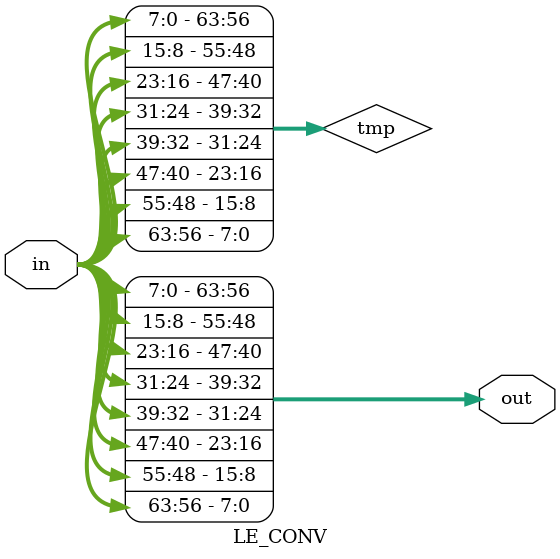
<source format=v>

module RISCV(clk,
            rst_n,
            // for mem_D
            mem_wen_D,
            mem_addr_D,
            mem_wdata_D,
            mem_rdata_D,
            // for mem_I
            mem_addr_I,
            mem_rdata_I
            );

    // Input/Output Part
    input             clk, rst_n;   // Clock signal, Active low asyncrhonous reset signal
    input      [31:0] mem_rdata_I;  // Instruction read from instruction memory
    output reg [31:2] mem_addr_I;   // Output address of instruction memory
    output     [31:2] mem_addr_D;   // Output address of data memory
    output            mem_wen_D;    // Write-enable
    output     [63:0] mem_wdata_D;  // Data store to data memory
    input      [63:0] mem_rdata_D;  // Data read from data memory

    // Parameter Part
    // 23-bit instruction_type
    // { JAL, JALR, BEQ, BNE, LD, SD, ADDI, SLTI, XORI, ORI, ANDI, SLLI, SRLI, SRAI, ADD, SUB, SLL, SLT, XOR, SRL, SRA, OR, AND }
    // 12-bit ctrl_signal
    // { JAL, JALR, Branch, MemRead, MemWrite, MemtoReg, RegWrite, ALUSrc, ALUOp }
    parameter R = 5'b10000;
    parameter I = 5'b01000;
    parameter S = 5'b00100;
    parameter B = 5'b00010;
    parameter J = 5'b00001;

    parameter JAL  = {1'b1, 22'b0};             // 1101111
    parameter JALR = {1'b0, 1'b1, 21'b0};       // 1100111 000
    parameter BEQ  = {2'b0, 1'b1, 20'b0};       // 1100011 000
    parameter BNE  = {3'b0, 1'b1, 19'b0};       // 1100011 001
    parameter LD   = {4'b0, 1'b1, 18'b0};       // 0000011 011
    parameter SD   = {5'b0, 1'b1, 17'b0};       // 0100011 011
    parameter ADDI = {6'b0, 1'b1, 16'b0};       // 0010011 000
    parameter SLTI = {7'b0, 1'b1, 15'b0};       // 0010011 010
    parameter XORI = {8'b0, 1'b1, 14'b0};       // 0010011 100
    parameter ORI  = {9'b0, 1'b1, 13'b0};       // 0010011 110 
    parameter ANDI = {10'b0, 1'b1, 12'b0};      // 0010011 111
    parameter SLLI = {11'b0, 1'b1, 11'b0};      // 0010011 001 0000000
    parameter SRLI = {12'b0, 1'b1, 10'b0};      // 0010011 101 0000000
    parameter SRAI  = {13'b0, 1'b1, 9'b0};      // 0010011 101 0100000
    parameter ADD  = {14'b0, 1'b1, 8'b0};       // 0110011 000 0000000
    parameter SUB  = {15'b0, 1'b1, 7'b0};       // 0110011 000 0100000
    parameter SLL  = {16'b0, 1'b1, 6'b0};       // 0110011 001 0000000
    parameter SLT  = {17'b0, 1'b1, 5'b0};       // 0110011 010 0000000
    parameter XOR  = {18'b0, 1'b1, 4'b0};       // 0110011 100 0000000
    parameter SRL  = {19'b0, 1'b1, 3'b0};       // 0110011 101 0000000
    parameter SRA  = {20'b0, 1'b1, 2'b0};       // 0110011 101 0100000
    parameter OR   = {21'b0, 1'b1, 1'b0};       // 0110011 110 0000000
    parameter AND  = {22'b0, 1'b1};             // 0110011 111 0000000

    // Wire Part
    wire [22:0] type;    // JAL, JALR ... 23 bits
	wire [4:0]  format;  // R, I, S, B, J. 5 bits
    wire [11:0] ctrl;    // control signal
    wire [63:0] imm;     // immediate value
        
        // ctrl signal
    wire        Jal;
    wire        Jalr;
    wire        Branch;
    wire        MemRead;
    wire        MemWrite;
    wire        MentoReg;
    wire        RegWrite;
    wire        ALUSrc;
    wire [3:0]  ALUOp;

    wire [63:0] read_data1, read_data2;
    wire [4:0]  read_reg1, read_reg2, write_reg;
    wire [63:0] write_data;
    wire [63:0] mem_rdata_D_BE; // Big Endian
    wire [63:0] mem_wdata_D_LE; // Little Endian

    wire [63:0] reg_or_imm; // ALU data2
    wire [63:0] ALU_result;
    wire        zero;
    wire [3:0]  ALU_ctrl;

    wire [63:0] shifted_imm;

    // Reg Part
    reg  [29:0] next_mem_addr_I;
    
    // Assign Part

        // assign ctrl signal
    assign Jal      =   ctrl[11];
    assign Jalr     =   ctrl[10];
    assign Branch   =   ctrl[9];
    assign MemRead  =   ctrl[8];
    assign MemWrite =   ctrl[7];
    assign MemtoReg =   ctrl[6];
    assign RegWrite =   ctrl[5];
    assign ALUSrc   =   ctrl[4];
    assign ALUOp    =   ctrl[3:0];

        // assign others
    assign read_reg1 = {mem_rdata_I[11:8], mem_rdata_I[23]};   // Little Endian
    assign read_reg2 = {mem_rdata_I[0], mem_rdata_I[15:12]};   // Little Endian
    assign write_reg = {mem_rdata_I[19:16], mem_rdata_I[31]};  // Little Endian
    assign write_data = (Jal || Jalr)? {34'b0, (mem_addr_I + 1)} : ((MemtoReg)? mem_rdata_D_BE : ALU_result);

    assign reg_or_imm = (ALUSrc)? imm : read_data2;
    assign ALU_ctrl = (Branch)? 4'b1000 : ((MemRead || MemWrite)? 4'b0000 : ALUOp); // branch is SUB, ld/sd are ADD

    assign shifted_imm = imm << 1;

        // assign output
    assign mem_wen_D = MemWrite;
    assign mem_addr_D = ALU_result >> 2;
    assign mem_wdata_D = mem_wdata_D_LE;

    // Module Part
    Decoder decoder(
        rst_n,
        mem_rdata_I,
        type,
        format,
        ctrl,
        imm
    );
    Register register(
        clk,
        rst_n,
        RegWrite,
        read_reg1,
        read_reg2,
        write_reg,
        write_data,
        read_data1,
        read_data2
    );
    ALU alu(
        rst_n,
        read_data1,
        reg_or_imm,
        ALU_ctrl,
        ALU_result,
        zero
    );
    LE_CONV le0(
        mem_rdata_D,
        mem_rdata_D_BE
    );
    LE_CONV le1(
        read_data2,
        mem_wdata_D_LE
    );

    // Combinational Part (PC controller)
    always@ (*) begin
        if (type == BEQ) begin
            if (zero) begin
                next_mem_addr_I = mem_addr_I + (imm[29:0] >> 2);
            end
            else begin
                next_mem_addr_I = mem_addr_I + 1;
            end
        end
        else if (type == BNE) begin
            if (!zero) begin
                next_mem_addr_I = mem_addr_I + (imm[29:0] >> 2);
            end
            else begin
                next_mem_addr_I = mem_addr_I + 1;
            end
        end
        else if (Jal) begin
            next_mem_addr_I = mem_addr_I + (imm[29:0] >> 2);
        end
        else if (Jalr) begin
            next_mem_addr_I = read_data1 + (imm[29:0] >> 2);
        end
        else begin
            next_mem_addr_I = mem_addr_I + 1;
        end
    end
          
    // Sequential Part
    always@ (posedge clk or negedge rst_n) begin
        if (!rst_n) begin
            mem_addr_I <= 30'b0;
        end
        else begin
            mem_addr_I <= next_mem_addr_I;
        end

    end

endmodule

module Decoder( 
                rst_n,
                // for mem_I
                mem_rdata_I,
                // for result output
                instruction_type,
                instruction_format,
                ctrl_signal,
                immediate
                );

    // Input/Output Part
    input         rst_n;
    input  [31:0] mem_rdata_I;
	output [22:0] instruction_type;
	output [4:0]  instruction_format;
	output [11:0] ctrl_signal;
	output [63:0] immediate;

    // Parameter Part
    parameter R = 5'b10000;
    parameter I = 5'b01000;
    parameter S = 5'b00100;
    parameter B = 5'b00010;
    parameter J = 5'b00001;

    parameter JAL = {1'b1, 22'b0};
    parameter JALR = {1'b0, 1'b1, 21'b0};
    parameter BEQ = {2'b0, 1'b1, 20'b0}; 
    parameter BNE = {3'b0, 1'b1, 19'b0}; 
    parameter LD = {4'b0, 1'b1, 18'b0}; 
    parameter SD = {5'b0, 1'b1, 17'b0};  
    parameter ADDI = {6'b0, 1'b1, 16'b0};  
    parameter SLTI = {7'b0, 1'b1, 15'b0}; 
    parameter XORI = {8'b0, 1'b1, 14'b0}; 
    parameter ORI = {9'b0, 1'b1, 13'b0}; 
    parameter ANDI = {10'b0, 1'b1, 12'b0}; 
    parameter SLLI = {11'b0, 1'b1, 11'b0}; 
    parameter SRLI = {12'b0, 1'b1, 10'b0}; 
    parameter SRAI = {13'b0, 1'b1, 9'b0}; 
    parameter ADD = {14'b0, 1'b1, 8'b0}; 
    parameter SUB = {15'b0, 1'b1, 7'b0}; 
    parameter SLL = {16'b0, 1'b1, 6'b0}; 
    parameter SLT = {17'b0, 1'b1, 5'b0}; 
    parameter XOR = {18'b0, 1'b1, 4'b0}; 
    parameter SRL = {19'b0, 1'b1, 3'b0}; 
    parameter SRA = {20'b0, 1'b1, 2'b0}; 
    parameter OR = {21'b0, 1'b1, 1'b0}; 
    parameter AND = {22'b0, 1'b1};

    // Wire Part
    wire [6:0] opcode = mem_rdata_I[30:24];    // Little Endian
    wire [2:0] func3  = mem_rdata_I[22:20];    // Little Endian
    wire [6:0] func7  = mem_rdata_I[7:1];      // Little Endian

    // Reg Part
    reg [22:0] type;
    reg [4:0]  format;
    reg [11:0] ctrl;
    reg [63:0] imm;
    
    // Assign Part
    assign instruction_type = type;
    assign instruction_format = format;
    assign ctrl_signal = ctrl;
    assign immediate = imm;

    // Combinational Part
    always@ (*) begin
        case (opcode)
            7'b1101111: begin
                type = JAL;
                format = J;
                ctrl = 12'b100001111111;
                // Little Endian
                imm = { {43{mem_rdata_I[7]}}, {mem_rdata_I[11:8], mem_rdata_I[23:20]}, mem_rdata_I[12], {mem_rdata_I[6:0], mem_rdata_I[15:13]}, 1'b0 };
            end
            7'b1100111: begin
                type = JALR;
                format = I;
                ctrl = 12'b010001111111;
                // Little Endian
                imm = { {52{mem_rdata_I[7]}}, {mem_rdata_I[7:0], mem_rdata_I[15:12]} };
            end
            7'b1100011: begin
                format = B;
                // Little Endian
                imm = { {51{mem_rdata_I[7]}}, mem_rdata_I[7], mem_rdata_I[31], mem_rdata_I[6:1], mem_rdata_I[19:16], 1'b0 };
                case (func3)
                    3'b000: begin
                        type = BEQ;
                        ctrl = 12'b001001001111;
                    end
                    3'b001: begin
                        type = BNE;
                        ctrl = 12'b001001001111;
                    end
                    default: begin
                        type = 23'b0;
                        ctrl = 12'b0;
                    end
                endcase
            end
            7'b0000011: begin
                type = LD;
                format = I;
                ctrl =  12'b000101111111;
                // Little Endian
                imm = { {52{mem_rdata_I[7]}}, {mem_rdata_I[7:0], mem_rdata_I[15:12]} };
            end
            7'b0100011: begin
                type = SD;
                format = S;
                ctrl = 12'b000011011111;
                // Little Endian
                imm = { {52{mem_rdata_I[7]}}, mem_rdata_I[7:1], {mem_rdata_I[19:16], mem_rdata_I[31]}};
            end
            7'b0010011: begin
                format = I;
                // Little Endian
                imm = { {52{mem_rdata_I[7]}}, {mem_rdata_I[7:0], mem_rdata_I[15:12]} };
                case (func3)
                    3'b000: begin 
                        type = ADDI;
                        ctrl = 12'b000000110000;
                    end
                    3'b001: begin
                        type = SLLI;
                        ctrl = 12'b000000110001;
                    end
                    3'b010: begin
                        type = SLTI;
                        ctrl = 12'b000000110010;
                    end
                    3'b100: begin
                        type = XORI;
                        ctrl = 12'b000000110100;
                    end
                    3'b101: begin
                        case (func7)
                            7'b0000000: begin
                                type = SRLI;
                                ctrl = 12'b000000110101;
                            end
                            7'b0100000: begin
                                type = SRAI;
                                ctrl = 12'b000000111101;
                                imm = { {59{mem_rdata_I[0]}}, {mem_rdata_I[0], mem_rdata_I[15:12]} };
                            end
                            default: begin
                                type = 23'b0;
                                ctrl = 12'b0;
                            end
                        endcase
                    end
                    3'b110: begin
                        type = ORI;
                        ctrl = 12'b000000110110;
                    end
                    3'b111: begin
                        type = ANDI;
                        ctrl = 12'b000000110111;
                    end
                    default: begin
                        type = 23'b0;
                        ctrl = 12'b0;
                    end
                endcase
            end
            7'b0110011: begin
                format = R;
                imm = 64'b0;
                case (func3)
                    3'b000: begin
                        case (func7)
                            7'b0000000: begin
                                type = ADD;
                                ctrl = 12'b000000100000;
                            end
                            7'b0100000: begin
                                type = SUB;
                                ctrl = 12'b000000101000;
                            end
                            default: begin
                                type = 23'b0;
                                ctrl = 12'b0;
                            end
                        endcase
                    end 
                    3'b001: begin
                        type = SLL;
                        ctrl = 12'b000000100001;
                    end
                    3'b010: begin
                        type = SLT;
                        ctrl = 12'b000000100010;
                    end
                    3'b100: begin
                        type = XOR;
                        ctrl = 12'b000000100100;
                    end
                    3'b101: begin
                        case (func7)
                            7'b0000000: begin
                                type = SRL;
                                ctrl = 12'b000000100101;
                            end
                            7'b0100000: begin
                                type = SRA;
                                ctrl = 12'b000000101101;
                            end
                            default: begin
                                type = 23'b0;
                                ctrl = 12'b0;
                            end
                        endcase
                    end 
                    3'b110: begin
                        type = OR;
                        ctrl = 12'b000000100110;
                    end
                    3'b111: begin
                        type = AND;
                        ctrl = 12'b000000100111;
                    end
                    default: begin
                        type = 23'b0;
                        ctrl = 12'b0;
                    end
                endcase
            end
            default: begin
                format = 5'b0;
                imm = 64'b0;
                type = 23'b0;
                ctrl = 12'b0;
            end
        endcase
    end 

    // always@(negedge rst_n) begin
    //     type <= 0;
    //     format <= 0;
    //     ctrl <= 0;
    //     imm <= 0;
    // end

endmodule

module Register(
                clk,
                rst_n,
                RegWrite,
                read_reg1,
                read_reg2,
                write_reg,
                write_data,
                read_data1,
                read_data2
                );
    
    // Input/Output Part
    input           clk;
    input           rst_n;
    input           RegWrite;
    input  [4:0]    read_reg1, read_reg2, write_reg;
    input  [63:0]   write_data;
    output [63:0]   read_data1, read_data2;

    // Parameter Part
    parameter REGSIZE = 32;

    // Wire Part
    // Reg Part
    reg [63:0] register_r [0:REGSIZE-1];
    reg [63:0] register_w [0:REGSIZE-1];

    // Assign Part
    assign read_data1 = register_w[read_reg1];
    assign read_data2 = register_w[read_reg2];

    integer i;
    // Combinational Part
    always @(*) begin
        for (i=0; i<REGSIZE; i=i+1) begin
            register_w[i] = (RegWrite && (i == write_reg) && write_reg != 0) ? write_data : register_r[i];
        end
    end
    // Sequential Part
    always @(posedge clk or negedge rst_n) begin
        if (!rst_n) begin
            for (i=0; i<REGSIZE; i=i+1)
                register_r[i] <= 64'b0;
        end
        else begin
            for (i=0; i<REGSIZE; i=i+1)
                register_r[i] <= register_w[i];
        end
    end
endmodule

module ALU(
            rst_n,
            data1,
            data2,
            ctrl,  // ALU_ctrl
            result, // ALU_result
            zero
            );

    // Input/Output Part
    input         rst_n;
    input  [63:0] data1, data2;
    input  [3:0]  ctrl;
    output [63:0] result;
    output        zero; // boolean
    
    // Parameter Part
    localparam ADD = 4'b0000;
    localparam SUB = 4'b1000;
    localparam SLL = 4'b0001;
    localparam SLT = 4'b0010;
    localparam XOR = 4'b0100;
    localparam SRL = 4'b0101;
    localparam SRA = 4'b1101;
    localparam OR  = 4'b0110;
    localparam AND = 4'b0111;

    // Wire Part
    // Reg Part
    reg [63:0] res;
    // Assign Part 
    assign result = res;
    assign zero = !result;
    // Combinational Part
    always@(*) begin
        case(ctrl)
            ADD: res = (data1 + data2);
            SUB: res = (data1 - data2);
            SLL: res = (data1 << data2);
            SLT: res = (data1 < data2);
            XOR: res = (data1 ^ data2);
            SRL: res = (data1 >> data2);
            SRA: res = (data1 >>> data2);
            OR:  res = (data1 | data2);
            AND: res = (data1 & data2);
            default: res = 64'b0;
        endcase
    end

    // always@(negedge rst_n) begin
    //     res <= 0;   
    // end

endmodule

// little endian converter
module LE_CONV(
        in,
        out
        );
        input  [63:0] in;
        output [63:0] out;

        wire   [63:0] tmp;

        assign tmp[7:0]   = in[63:56];
        assign tmp[15:8]  = in[55:48];
        assign tmp[23:16] = in[47:40];
        assign tmp[31:24] = in[39:32];
        assign tmp[39:32] = in[31:24];
        assign tmp[47:40] = in[23:16];
        assign tmp[55:48] = in[15:8];
        assign tmp[63:56] = in[7:0];
        assign out = tmp;

endmodule
</source>
